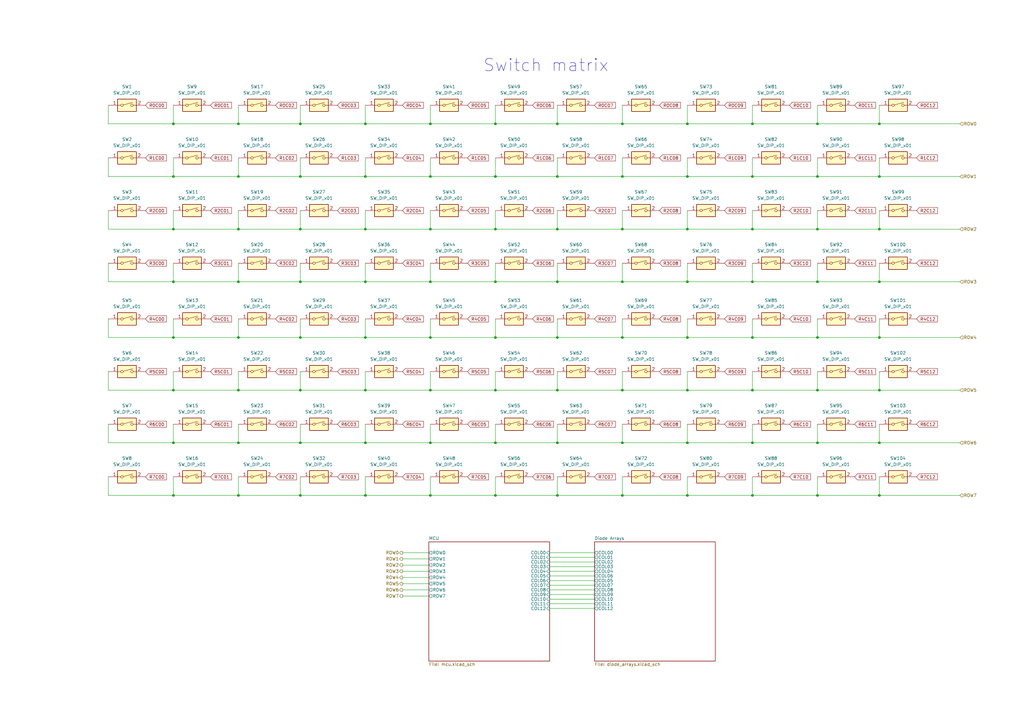
<source format=kicad_sch>
(kicad_sch (version 20211123) (generator eeschema)
  (paper "A3")
  (junction (at 255.27 115.57))
  (junction (at 71.12 50.8))
  (junction (at 255.27 203.2))
  (junction (at 255.27 50.8))
  (junction (at 149.86 93.98))
  (junction (at 228.6 115.57))
  (junction (at 176.53 115.57))
  (junction (at 228.6 181.61))
  (junction (at 308.61 160.02))
  (junction (at 176.53 93.98))
  (junction (at 97.79 160.02))
  (junction (at 360.68 203.2))
  (junction (at 335.28 181.61))
  (junction (at 308.61 72.39))
  (junction (at 203.2 115.57))
  (junction (at 203.2 50.8))
  (junction (at 123.19 72.39))
  (junction (at 335.28 115.57))
  (junction (at 123.19 93.98))
  (junction (at 228.6 138.43))
  (junction (at 360.68 93.98))
  (junction (at 360.68 72.39))
  (junction (at 228.6 50.8))
  (junction (at 149.86 72.39))
  (junction (at 71.12 115.57))
  (junction (at 281.94 160.02))
  (junction (at 176.53 181.61))
  (junction (at 360.68 160.02))
  (junction (at 308.61 93.98))
  (junction (at 123.19 181.61))
  (junction (at 335.28 160.02))
  (junction (at 335.28 203.2))
  (junction (at 281.94 138.43))
  (junction (at 71.12 203.2))
  (junction (at 71.12 138.43))
  (junction (at 281.94 72.39))
  (junction (at 97.79 93.98))
  (junction (at 97.79 50.8))
  (junction (at 335.28 50.8))
  (junction (at 176.53 72.39))
  (junction (at 308.61 181.61))
  (junction (at 203.2 93.98))
  (junction (at 97.79 72.39))
  (junction (at 123.19 160.02))
  (junction (at 281.94 115.57))
  (junction (at 203.2 203.2))
  (junction (at 281.94 50.8))
  (junction (at 308.61 203.2))
  (junction (at 149.86 138.43))
  (junction (at 149.86 50.8))
  (junction (at 176.53 50.8))
  (junction (at 281.94 93.98))
  (junction (at 71.12 93.98))
  (junction (at 71.12 160.02))
  (junction (at 228.6 72.39))
  (junction (at 149.86 203.2))
  (junction (at 123.19 50.8))
  (junction (at 97.79 203.2))
  (junction (at 255.27 72.39))
  (junction (at 255.27 93.98))
  (junction (at 71.12 72.39))
  (junction (at 123.19 138.43))
  (junction (at 255.27 160.02))
  (junction (at 228.6 160.02))
  (junction (at 335.28 93.98))
  (junction (at 308.61 115.57))
  (junction (at 123.19 115.57))
  (junction (at 176.53 160.02))
  (junction (at 97.79 181.61))
  (junction (at 281.94 203.2))
  (junction (at 176.53 203.2))
  (junction (at 149.86 160.02))
  (junction (at 255.27 181.61))
  (junction (at 335.28 72.39))
  (junction (at 360.68 50.8))
  (junction (at 308.61 50.8))
  (junction (at 335.28 138.43))
  (junction (at 97.79 115.57))
  (junction (at 203.2 138.43))
  (junction (at 360.68 138.43))
  (junction (at 149.86 181.61))
  (junction (at 149.86 115.57))
  (junction (at 176.53 138.43))
  (junction (at 360.68 115.57))
  (junction (at 123.19 203.2))
  (junction (at 97.79 138.43))
  (junction (at 71.12 181.61))
  (junction (at 228.6 93.98))
  (junction (at 203.2 181.61))
  (junction (at 228.6 203.2))
  (junction (at 255.27 138.43))
  (junction (at 281.94 181.61))
  (junction (at 308.61 138.43))
  (junction (at 360.68 181.61))
  (junction (at 203.2 160.02))
  (junction (at 203.2 72.39))
  (wire (pts (xy 360.68 160.02) (xy 393.7 160.02)))
  (wire (pts (xy 360.68 152.4) (xy 360.68 160.02)))
  (wire (pts (xy 123.19 203.2) (xy 149.86 203.2)))
  (wire (pts (xy 165.1 241.935) (xy 175.895 241.935)))
  (wire (pts (xy 176.53 160.02) (xy 203.2 160.02)))
  (wire (pts (xy 308.61 195.58) (xy 308.61 203.2)))
  (wire (pts (xy 360.68 203.2) (xy 393.7 203.2)))
  (wire (pts (xy 255.27 72.39) (xy 281.94 72.39)))
  (wire (pts (xy 71.12 181.61) (xy 97.79 181.61)))
  (wire (pts (xy 255.27 64.77) (xy 255.27 72.39)))
  (wire (pts (xy 255.27 160.02) (xy 281.94 160.02)))
  (wire (pts (xy 123.19 195.58) (xy 123.19 203.2)))
  (wire (pts (xy 203.2 115.57) (xy 228.6 115.57)))
  (wire (pts (xy 228.6 43.18) (xy 228.6 50.8)))
  (wire (pts (xy 308.61 115.57) (xy 335.28 115.57)))
  (wire (pts (xy 360.68 50.8) (xy 393.7 50.8)))
  (wire (pts (xy 335.28 43.18) (xy 335.28 50.8)))
  (wire (pts (xy 335.28 203.2) (xy 360.68 203.2)))
  (wire (pts (xy 71.12 203.2) (xy 97.79 203.2)))
  (wire (pts (xy 255.27 195.58) (xy 255.27 203.2)))
  (wire (pts (xy 203.2 203.2) (xy 228.6 203.2)))
  (wire (pts (xy 225.425 247.65) (xy 243.84 247.65)))
  (wire (pts (xy 360.68 115.57) (xy 393.7 115.57)))
  (wire (pts (xy 44.45 203.2) (xy 71.12 203.2)))
  (wire (pts (xy 225.425 236.22) (xy 243.84 236.22)))
  (wire (pts (xy 44.45 72.39) (xy 71.12 72.39)))
  (wire (pts (xy 255.27 43.18) (xy 255.27 50.8)))
  (wire (pts (xy 281.94 203.2) (xy 308.61 203.2)))
  (wire (pts (xy 335.28 173.99) (xy 335.28 181.61)))
  (wire (pts (xy 123.19 181.61) (xy 149.86 181.61)))
  (wire (pts (xy 225.425 241.935) (xy 243.84 241.935)))
  (wire (pts (xy 281.94 115.57) (xy 308.61 115.57)))
  (wire (pts (xy 149.86 43.18) (xy 149.86 50.8)))
  (wire (pts (xy 360.68 93.98) (xy 393.7 93.98)))
  (wire (pts (xy 71.12 64.77) (xy 71.12 72.39)))
  (wire (pts (xy 44.45 181.61) (xy 71.12 181.61)))
  (wire (pts (xy 97.79 93.98) (xy 123.19 93.98)))
  (wire (pts (xy 308.61 64.77) (xy 308.61 72.39)))
  (wire (pts (xy 360.68 43.18) (xy 360.68 50.8)))
  (wire (pts (xy 97.79 86.36) (xy 97.79 93.98)))
  (wire (pts (xy 44.45 152.4) (xy 44.45 160.02)))
  (wire (pts (xy 281.94 93.98) (xy 308.61 93.98)))
  (wire (pts (xy 176.53 138.43) (xy 203.2 138.43)))
  (wire (pts (xy 44.45 138.43) (xy 71.12 138.43)))
  (wire (pts (xy 203.2 152.4) (xy 203.2 160.02)))
  (wire (pts (xy 71.12 107.95) (xy 71.12 115.57)))
  (wire (pts (xy 71.12 152.4) (xy 71.12 160.02)))
  (wire (pts (xy 255.27 138.43) (xy 281.94 138.43)))
  (wire (pts (xy 281.94 152.4) (xy 281.94 160.02)))
  (wire (pts (xy 228.6 160.02) (xy 255.27 160.02)))
  (wire (pts (xy 97.79 181.61) (xy 123.19 181.61)))
  (wire (pts (xy 228.6 115.57) (xy 255.27 115.57)))
  (wire (pts (xy 123.19 107.95) (xy 123.19 115.57)))
  (wire (pts (xy 308.61 181.61) (xy 335.28 181.61)))
  (wire (pts (xy 335.28 195.58) (xy 335.28 203.2)))
  (wire (pts (xy 228.6 72.39) (xy 255.27 72.39)))
  (wire (pts (xy 97.79 173.99) (xy 97.79 181.61)))
  (wire (pts (xy 149.86 72.39) (xy 176.53 72.39)))
  (wire (pts (xy 176.53 115.57) (xy 203.2 115.57)))
  (wire (pts (xy 149.86 138.43) (xy 176.53 138.43)))
  (wire (pts (xy 335.28 50.8) (xy 360.68 50.8)))
  (wire (pts (xy 203.2 64.77) (xy 203.2 72.39)))
  (wire (pts (xy 308.61 160.02) (xy 335.28 160.02)))
  (wire (pts (xy 335.28 64.77) (xy 335.28 72.39)))
  (wire (pts (xy 225.425 240.03) (xy 243.84 240.03)))
  (wire (pts (xy 228.6 138.43) (xy 255.27 138.43)))
  (wire (pts (xy 176.53 173.99) (xy 176.53 181.61)))
  (wire (pts (xy 176.53 203.2) (xy 203.2 203.2)))
  (wire (pts (xy 203.2 72.39) (xy 228.6 72.39)))
  (wire (pts (xy 281.94 50.8) (xy 308.61 50.8)))
  (wire (pts (xy 149.86 152.4) (xy 149.86 160.02)))
  (wire (pts (xy 225.425 243.84) (xy 243.84 243.84)))
  (wire (pts (xy 255.27 107.95) (xy 255.27 115.57)))
  (wire (pts (xy 360.68 173.99) (xy 360.68 181.61)))
  (wire (pts (xy 176.53 43.18) (xy 176.53 50.8)))
  (wire (pts (xy 281.94 195.58) (xy 281.94 203.2)))
  (wire (pts (xy 281.94 43.18) (xy 281.94 50.8)))
  (wire (pts (xy 44.45 160.02) (xy 71.12 160.02)))
  (wire (pts (xy 123.19 115.57) (xy 149.86 115.57)))
  (wire (pts (xy 44.45 115.57) (xy 71.12 115.57)))
  (wire (pts (xy 228.6 203.2) (xy 255.27 203.2)))
  (wire (pts (xy 97.79 203.2) (xy 123.19 203.2)))
  (wire (pts (xy 176.53 130.81) (xy 176.53 138.43)))
  (wire (pts (xy 308.61 107.95) (xy 308.61 115.57)))
  (wire (pts (xy 44.45 173.99) (xy 44.45 181.61)))
  (wire (pts (xy 176.53 152.4) (xy 176.53 160.02)))
  (wire (pts (xy 165.1 231.775) (xy 175.895 231.775)))
  (wire (pts (xy 149.86 130.81) (xy 149.86 138.43)))
  (wire (pts (xy 335.28 107.95) (xy 335.28 115.57)))
  (wire (pts (xy 281.94 160.02) (xy 308.61 160.02)))
  (wire (pts (xy 176.53 107.95) (xy 176.53 115.57)))
  (wire (pts (xy 203.2 86.36) (xy 203.2 93.98)))
  (wire (pts (xy 360.68 138.43) (xy 393.7 138.43)))
  (wire (pts (xy 149.86 64.77) (xy 149.86 72.39)))
  (wire (pts (xy 335.28 72.39) (xy 360.68 72.39)))
  (wire (pts (xy 123.19 86.36) (xy 123.19 93.98)))
  (wire (pts (xy 203.2 195.58) (xy 203.2 203.2)))
  (wire (pts (xy 71.12 130.81) (xy 71.12 138.43)))
  (wire (pts (xy 97.79 152.4) (xy 97.79 160.02)))
  (wire (pts (xy 225.425 234.315) (xy 243.84 234.315)))
  (wire (pts (xy 149.86 115.57) (xy 176.53 115.57)))
  (wire (pts (xy 281.94 64.77) (xy 281.94 72.39)))
  (wire (pts (xy 44.45 43.18) (xy 44.45 50.8)))
  (wire (pts (xy 203.2 181.61) (xy 228.6 181.61)))
  (wire (pts (xy 335.28 86.36) (xy 335.28 93.98)))
  (wire (pts (xy 176.53 64.77) (xy 176.53 72.39)))
  (wire (pts (xy 360.68 64.77) (xy 360.68 72.39)))
  (wire (pts (xy 123.19 64.77) (xy 123.19 72.39)))
  (wire (pts (xy 360.68 181.61) (xy 393.7 181.61)))
  (wire (pts (xy 97.79 195.58) (xy 97.79 203.2)))
  (wire (pts (xy 228.6 195.58) (xy 228.6 203.2)))
  (wire (pts (xy 71.12 50.8) (xy 97.79 50.8)))
  (wire (pts (xy 165.1 229.235) (xy 175.895 229.235)))
  (wire (pts (xy 176.53 50.8) (xy 203.2 50.8)))
  (wire (pts (xy 71.12 195.58) (xy 71.12 203.2)))
  (wire (pts (xy 149.86 203.2) (xy 176.53 203.2)))
  (wire (pts (xy 44.45 64.77) (xy 44.45 72.39)))
  (wire (pts (xy 71.12 173.99) (xy 71.12 181.61)))
  (wire (pts (xy 228.6 152.4) (xy 228.6 160.02)))
  (wire (pts (xy 44.45 50.8) (xy 71.12 50.8)))
  (wire (pts (xy 228.6 86.36) (xy 228.6 93.98)))
  (wire (pts (xy 149.86 181.61) (xy 176.53 181.61)))
  (wire (pts (xy 165.1 234.315) (xy 175.895 234.315)))
  (wire (pts (xy 203.2 43.18) (xy 203.2 50.8)))
  (wire (pts (xy 165.1 239.395) (xy 175.895 239.395)))
  (wire (pts (xy 123.19 93.98) (xy 149.86 93.98)))
  (wire (pts (xy 165.1 244.475) (xy 175.895 244.475)))
  (wire (pts (xy 308.61 86.36) (xy 308.61 93.98)))
  (wire (pts (xy 308.61 93.98) (xy 335.28 93.98)))
  (wire (pts (xy 97.79 107.95) (xy 97.79 115.57)))
  (wire (pts (xy 225.425 228.6) (xy 243.84 228.6)))
  (wire (pts (xy 97.79 72.39) (xy 123.19 72.39)))
  (wire (pts (xy 228.6 64.77) (xy 228.6 72.39)))
  (wire (pts (xy 281.94 138.43) (xy 308.61 138.43)))
  (wire (pts (xy 203.2 107.95) (xy 203.2 115.57)))
  (wire (pts (xy 44.45 93.98) (xy 71.12 93.98)))
  (wire (pts (xy 97.79 138.43) (xy 123.19 138.43)))
  (wire (pts (xy 335.28 181.61) (xy 360.68 181.61)))
  (wire (pts (xy 335.28 115.57) (xy 360.68 115.57)))
  (wire (pts (xy 123.19 138.43) (xy 149.86 138.43)))
  (wire (pts (xy 97.79 50.8) (xy 123.19 50.8)))
  (wire (pts (xy 71.12 160.02) (xy 97.79 160.02)))
  (wire (pts (xy 176.53 195.58) (xy 176.53 203.2)))
  (wire (pts (xy 149.86 50.8) (xy 176.53 50.8)))
  (wire (pts (xy 228.6 93.98) (xy 255.27 93.98)))
  (wire (pts (xy 360.68 130.81) (xy 360.68 138.43)))
  (wire (pts (xy 308.61 43.18) (xy 308.61 50.8)))
  (wire (pts (xy 225.425 232.41) (xy 243.84 232.41)))
  (wire (pts (xy 308.61 138.43) (xy 335.28 138.43)))
  (wire (pts (xy 44.45 107.95) (xy 44.45 115.57)))
  (wire (pts (xy 149.86 195.58) (xy 149.86 203.2)))
  (wire (pts (xy 71.12 86.36) (xy 71.12 93.98)))
  (wire (pts (xy 360.68 107.95) (xy 360.68 115.57)))
  (wire (pts (xy 225.425 249.555) (xy 243.84 249.555)))
  (wire (pts (xy 281.94 107.95) (xy 281.94 115.57)))
  (wire (pts (xy 203.2 93.98) (xy 228.6 93.98)))
  (wire (pts (xy 149.86 86.36) (xy 149.86 93.98)))
  (wire (pts (xy 149.86 93.98) (xy 176.53 93.98)))
  (wire (pts (xy 97.79 130.81) (xy 97.79 138.43)))
  (wire (pts (xy 97.79 160.02) (xy 123.19 160.02)))
  (wire (pts (xy 360.68 72.39) (xy 393.7 72.39)))
  (wire (pts (xy 335.28 152.4) (xy 335.28 160.02)))
  (wire (pts (xy 308.61 173.99) (xy 308.61 181.61)))
  (wire (pts (xy 255.27 115.57) (xy 281.94 115.57)))
  (wire (pts (xy 123.19 72.39) (xy 149.86 72.39)))
  (wire (pts (xy 203.2 173.99) (xy 203.2 181.61)))
  (wire (pts (xy 255.27 181.61) (xy 281.94 181.61)))
  (wire (pts (xy 255.27 203.2) (xy 281.94 203.2)))
  (wire (pts (xy 308.61 203.2) (xy 335.28 203.2)))
  (wire (pts (xy 176.53 86.36) (xy 176.53 93.98)))
  (wire (pts (xy 44.45 86.36) (xy 44.45 93.98)))
  (wire (pts (xy 335.28 138.43) (xy 360.68 138.43)))
  (wire (pts (xy 123.19 152.4) (xy 123.19 160.02)))
  (wire (pts (xy 149.86 160.02) (xy 176.53 160.02)))
  (wire (pts (xy 71.12 115.57) (xy 97.79 115.57)))
  (wire (pts (xy 281.94 130.81) (xy 281.94 138.43)))
  (wire (pts (xy 225.425 230.505) (xy 243.84 230.505)))
  (wire (pts (xy 360.68 86.36) (xy 360.68 93.98)))
  (wire (pts (xy 255.27 152.4) (xy 255.27 160.02)))
  (wire (pts (xy 123.19 50.8) (xy 149.86 50.8)))
  (wire (pts (xy 203.2 50.8) (xy 228.6 50.8)))
  (wire (pts (xy 149.86 173.99) (xy 149.86 181.61)))
  (wire (pts (xy 308.61 152.4) (xy 308.61 160.02)))
  (wire (pts (xy 149.86 107.95) (xy 149.86 115.57)))
  (wire (pts (xy 335.28 93.98) (xy 360.68 93.98)))
  (wire (pts (xy 97.79 115.57) (xy 123.19 115.57)))
  (wire (pts (xy 281.94 72.39) (xy 308.61 72.39)))
  (wire (pts (xy 228.6 130.81) (xy 228.6 138.43)))
  (wire (pts (xy 255.27 50.8) (xy 281.94 50.8)))
  (wire (pts (xy 203.2 160.02) (xy 228.6 160.02)))
  (wire (pts (xy 176.53 181.61) (xy 203.2 181.61)))
  (wire (pts (xy 281.94 86.36) (xy 281.94 93.98)))
  (wire (pts (xy 97.79 64.77) (xy 97.79 72.39)))
  (wire (pts (xy 71.12 93.98) (xy 97.79 93.98)))
  (wire (pts (xy 255.27 173.99) (xy 255.27 181.61)))
  (wire (pts (xy 225.425 226.695) (xy 243.84 226.695)))
  (wire (pts (xy 123.19 130.81) (xy 123.19 138.43)))
  (wire (pts (xy 308.61 130.81) (xy 308.61 138.43)))
  (wire (pts (xy 225.425 238.125) (xy 243.84 238.125)))
  (wire (pts (xy 335.28 130.81) (xy 335.28 138.43)))
  (wire (pts (xy 165.1 226.695) (xy 175.895 226.695)))
  (wire (pts (xy 97.79 43.18) (xy 97.79 50.8)))
  (wire (pts (xy 228.6 173.99) (xy 228.6 181.61)))
  (wire (pts (xy 176.53 72.39) (xy 203.2 72.39)))
  (wire (pts (xy 228.6 50.8) (xy 255.27 50.8)))
  (wire (pts (xy 71.12 138.43) (xy 97.79 138.43)))
  (wire (pts (xy 281.94 173.99) (xy 281.94 181.61)))
  (wire (pts (xy 44.45 195.58) (xy 44.45 203.2)))
  (wire (pts (xy 123.19 160.02) (xy 149.86 160.02)))
  (wire (pts (xy 255.27 93.98) (xy 281.94 93.98)))
  (wire (pts (xy 308.61 72.39) (xy 335.28 72.39)))
  (wire (pts (xy 44.45 130.81) (xy 44.45 138.43)))
  (wire (pts (xy 123.19 173.99) (xy 123.19 181.61)))
  (wire (pts (xy 225.425 245.745) (xy 243.84 245.745)))
  (wire (pts (xy 255.27 130.81) (xy 255.27 138.43)))
  (wire (pts (xy 176.53 93.98) (xy 203.2 93.98)))
  (wire (pts (xy 71.12 72.39) (xy 97.79 72.39)))
  (wire (pts (xy 228.6 181.61) (xy 255.27 181.61)))
  (wire (pts (xy 255.27 86.36) (xy 255.27 93.98)))
  (wire (pts (xy 203.2 138.43) (xy 228.6 138.43)))
  (wire (pts (xy 203.2 130.81) (xy 203.2 138.43)))
  (wire (pts (xy 228.6 107.95) (xy 228.6 115.57)))
  (wire (pts (xy 335.28 160.02) (xy 360.68 160.02)))
  (wire (pts (xy 281.94 181.61) (xy 308.61 181.61)))
  (wire (pts (xy 123.19 43.18) (xy 123.19 50.8)))
  (wire (pts (xy 165.1 236.855) (xy 175.895 236.855)))
  (wire (pts (xy 308.61 50.8) (xy 335.28 50.8)))
  (wire (pts (xy 360.68 195.58) (xy 360.68 203.2)))
  (wire (pts (xy 71.12 43.18) (xy 71.12 50.8)))
  (text "Switch matrix" (at 198.12 29.845 0) (effects (font (size 5 5)) (justify left bottom)))
  (global_label "R2C08" (shape input) (at 270.51 86.36 0) (property "Intersheet References" "${INTERSHEET_REFS}" (effects hide)))
  (global_label "R4C03" (shape input) (at 138.43 130.81 0) (property "Intersheet References" "${INTERSHEET_REFS}" (effects hide)))
  (global_label "R4C12" (shape input) (at 375.92 130.81 0) (property "Intersheet References" "${INTERSHEET_REFS}" (effects hide)))
  (global_label "R0C05" (shape input) (at 191.77 43.18 0) (property "Intersheet References" "${INTERSHEET_REFS}" (effects hide)))
  (global_label "R2C11" (shape input) (at 350.52 86.36 0) (property "Intersheet References" "${INTERSHEET_REFS}" (effects hide)))
  (global_label "R0C10" (shape input) (at 323.85 43.18 0) (property "Intersheet References" "${INTERSHEET_REFS}" (effects hide)))
  (global_label "R5C02" (shape input) (at 113.03 152.4 0) (property "Intersheet References" "${INTERSHEET_REFS}" (effects hide)))
  (global_label "R0C06" (shape input) (at 218.44 43.18 0) (property "Intersheet References" "${INTERSHEET_REFS}" (effects hide)))
  (global_label "R2C09" (shape input) (at 297.18 86.36 0) (property "Intersheet References" "${INTERSHEET_REFS}" (effects hide)))
  (global_label "R6C06" (shape input) (at 218.44 173.99 0) (property "Intersheet References" "${INTERSHEET_REFS}" (effects hide)))
  (global_label "R5C10" (shape input) (at 323.85 152.4 0) (property "Intersheet References" "${INTERSHEET_REFS}" (effects hide)))
  (global_label "R7C02" (shape input) (at 113.03 195.58 0) (property "Intersheet References" "${INTERSHEET_REFS}" (effects hide)))
  (global_label "R0C11" (shape input) (at 350.52 43.18 0) (property "Intersheet References" "${INTERSHEET_REFS}" (effects hide)))
  (global_label "R6C00" (shape input) (at 59.69 173.99 0) (property "Intersheet References" "${INTERSHEET_REFS}" (effects hide)))
  (global_label "R2C12" (shape input) (at 375.92 86.36 0) (property "Intersheet References" "${INTERSHEET_REFS}" (effects hide)))
  (global_label "R6C05" (shape input) (at 191.77 173.99 0) (property "Intersheet References" "${INTERSHEET_REFS}" (effects hide)))
  (global_label "R7C07" (shape input) (at 243.84 195.58 0) (property "Intersheet References" "${INTERSHEET_REFS}" (effects hide)))
  (global_label "R2C04" (shape input) (at 165.1 86.36 0) (property "Intersheet References" "${INTERSHEET_REFS}" (effects hide)))
  (global_label "R7C10" (shape input) (at 323.85 195.58 0) (property "Intersheet References" "${INTERSHEET_REFS}" (effects hide)))
  (global_label "R1C02" (shape input) (at 113.03 64.77 0) (property "Intersheet References" "${INTERSHEET_REFS}" (effects hide)))
  (global_label "R7C12" (shape input) (at 375.92 195.58 0) (property "Intersheet References" "${INTERSHEET_REFS}" (effects hide)))
  (global_label "R6C04" (shape input) (at 165.1 173.99 0) (property "Intersheet References" "${INTERSHEET_REFS}" (effects hide)))
  (global_label "R3C10" (shape input) (at 323.85 107.95 0) (property "Intersheet References" "${INTERSHEET_REFS}" (effects hide)))
  (global_label "R4C04" (shape input) (at 165.1 130.81 0) (property "Intersheet References" "${INTERSHEET_REFS}" (effects hide)))
  (global_label "R3C06" (shape input) (at 218.44 107.95 0) (property "Intersheet References" "${INTERSHEET_REFS}" (effects hide)))
  (global_label "R3C02" (shape input) (at 113.03 107.95 0) (property "Intersheet References" "${INTERSHEET_REFS}" (effects hide)))
  (global_label "R4C09" (shape input) (at 297.18 130.81 0) (property "Intersheet References" "${INTERSHEET_REFS}" (effects hide)))
  (global_label "R4C05" (shape input) (at 191.77 130.81 0) (property "Intersheet References" "${INTERSHEET_REFS}" (effects hide)))
  (global_label "R7C00" (shape input) (at 59.69 195.58 0) (property "Intersheet References" "${INTERSHEET_REFS}" (effects hide)))
  (global_label "R0C12" (shape input) (at 375.92 43.18 0) (property "Intersheet References" "${INTERSHEET_REFS}" (effects hide)))
  (global_label "R1C00" (shape input) (at 59.69 64.77 0) (property "Intersheet References" "${INTERSHEET_REFS}" (effects hide)))
  (global_label "R3C12" (shape input) (at 375.92 107.95 0) (property "Intersheet References" "${INTERSHEET_REFS}" (effects hide)))
  (global_label "R0C00" (shape input) (at 59.69 43.18 0) (property "Intersheet References" "${INTERSHEET_REFS}" (effects hide)))
  (global_label "R7C04" (shape input) (at 165.1 195.58 0) (property "Intersheet References" "${INTERSHEET_REFS}" (effects hide)))
  (global_label "R6C10" (shape input) (at 323.85 173.99 0) (property "Intersheet References" "${INTERSHEET_REFS}" (effects hide)))
  (global_label "R3C01" (shape input) (at 86.36 107.95 0) (property "Intersheet References" "${INTERSHEET_REFS}" (effects hide)))
  (global_label "R1C05" (shape input) (at 191.77 64.77 0) (property "Intersheet References" "${INTERSHEET_REFS}" (effects hide)))
  (global_label "R3C08" (shape input) (at 270.51 107.95 0) (property "Intersheet References" "${INTERSHEET_REFS}" (effects hide)))
  (global_label "R7C05" (shape input) (at 191.77 195.58 0) (property "Intersheet References" "${INTERSHEET_REFS}" (effects hide)))
  (global_label "R1C04" (shape input) (at 165.1 64.77 0) (property "Intersheet References" "${INTERSHEET_REFS}" (effects hide)))
  (global_label "R1C08" (shape input) (at 270.51 64.77 0) (property "Intersheet References" "${INTERSHEET_REFS}" (effects hide)))
  (global_label "R5C11" (shape input) (at 350.52 152.4 0) (property "Intersheet References" "${INTERSHEET_REFS}" (effects hide)))
  (global_label "R1C01" (shape input) (at 86.36 64.77 0) (property "Intersheet References" "${INTERSHEET_REFS}" (effects hide)))
  (global_label "R5C09" (shape input) (at 297.18 152.4 0) (property "Intersheet References" "${INTERSHEET_REFS}" (effects hide)))
  (global_label "R7C01" (shape input) (at 86.36 195.58 0) (property "Intersheet References" "${INTERSHEET_REFS}" (effects hide)))
  (global_label "R1C09" (shape input) (at 297.18 64.77 0) (property "Intersheet References" "${INTERSHEET_REFS}" (effects hide)))
  (global_label "R3C09" (shape input) (at 297.18 107.95 0) (property "Intersheet References" "${INTERSHEET_REFS}" (effects hide)))
  (global_label "R5C01" (shape input) (at 86.36 152.4 0) (property "Intersheet References" "${INTERSHEET_REFS}" (effects hide)))
  (global_label "R0C09" (shape input) (at 297.18 43.18 0) (property "Intersheet References" "${INTERSHEET_REFS}" (effects hide)))
  (global_label "R0C04" (shape input) (at 165.1 43.18 0) (property "Intersheet References" "${INTERSHEET_REFS}" (effects hide)))
  (global_label "R0C02" (shape input) (at 113.03 43.18 0) (property "Intersheet References" "${INTERSHEET_REFS}" (effects hide)))
  (global_label "R2C02" (shape input) (at 113.03 86.36 0) (property "Intersheet References" "${INTERSHEET_REFS}" (effects hide)))
  (global_label "R7C08" (shape input) (at 270.51 195.58 0) (property "Intersheet References" "${INTERSHEET_REFS}" (effects hide)))
  (global_label "R5C12" (shape input) (at 375.92 152.4 0) (property "Intersheet References" "${INTERSHEET_REFS}" (effects hide)))
  (global_label "R0C08" (shape input) (at 270.51 43.18 0) (property "Intersheet References" "${INTERSHEET_REFS}" (effects hide)))
  (global_label "R5C03" (shape input) (at 138.43 152.4 0) (property "Intersheet References" "${INTERSHEET_REFS}" (effects hide)))
  (global_label "R7C11" (shape input) (at 350.52 195.58 0) (property "Intersheet References" "${INTERSHEET_REFS}" (effects hide)))
  (global_label "R3C03" (shape input) (at 138.43 107.95 0) (property "Intersheet References" "${INTERSHEET_REFS}" (effects hide)))
  (global_label "R6C02" (shape input) (at 113.03 173.99 0) (property "Intersheet References" "${INTERSHEET_REFS}" (effects hide)))
  (global_label "R6C07" (shape input) (at 243.84 173.99 0) (property "Intersheet References" "${INTERSHEET_REFS}" (effects hide)))
  (global_label "R4C00" (shape input) (at 59.69 130.81 0) (property "Intersheet References" "${INTERSHEET_REFS}" (effects hide)))
  (global_label "R6C03" (shape input) (at 138.43 173.99 0) (property "Intersheet References" "${INTERSHEET_REFS}" (effects hide)))
  (global_label "R3C00" (shape input) (at 59.69 107.95 0) (property "Intersheet References" "${INTERSHEET_REFS}" (effects hide)))
  (global_label "R7C03" (shape input) (at 138.43 195.58 0) (property "Intersheet References" "${INTERSHEET_REFS}" (effects hide)))
  (global_label "R2C00" (shape input) (at 59.69 86.36 0) (property "Intersheet References" "${INTERSHEET_REFS}" (effects hide)))
  (global_label "R3C07" (shape input) (at 243.84 107.95 0) (property "Intersheet References" "${INTERSHEET_REFS}" (effects hide)))
  (global_label "R4C08" (shape input) (at 270.51 130.81 0) (property "Intersheet References" "${INTERSHEET_REFS}" (effects hide)))
  (global_label "R1C06" (shape input) (at 218.44 64.77 0) (property "Intersheet References" "${INTERSHEET_REFS}" (effects hide)))
  (global_label "R4C10" (shape input) (at 323.85 130.81 0) (property "Intersheet References" "${INTERSHEET_REFS}" (effects hide)))
  (global_label "R7C09" (shape input) (at 297.18 195.58 0) (property "Intersheet References" "${INTERSHEET_REFS}" (effects hide)))
  (global_label "R2C01" (shape input) (at 86.36 86.36 0) (property "Intersheet References" "${INTERSHEET_REFS}" (effects hide)))
  (global_label "R2C06" (shape input) (at 218.44 86.36 0) (property "Intersheet References" "${INTERSHEET_REFS}" (effects hide)))
  (global_label "R5C05" (shape input) (at 191.77 152.4 0) (property "Intersheet References" "${INTERSHEET_REFS}" (effects hide)))
  (global_label "R6C09" (shape input) (at 297.18 173.99 0) (property "Intersheet References" "${INTERSHEET_REFS}" (effects hide)))
  (global_label "R6C12" (shape input) (at 375.92 173.99 0) (property "Intersheet References" "${INTERSHEET_REFS}" (effects hide)))
  (global_label "R0C01" (shape input) (at 86.36 43.18 0) (property "Intersheet References" "${INTERSHEET_REFS}" (effects hide)))
  (global_label "R6C08" (shape input) (at 270.51 173.99 0) (property "Intersheet References" "${INTERSHEET_REFS}" (effects hide)))
  (global_label "R2C07" (shape input) (at 243.84 86.36 0) (property "Intersheet References" "${INTERSHEET_REFS}" (effects hide)))
  (global_label "R0C07" (shape input) (at 243.84 43.18 0) (property "Intersheet References" "${INTERSHEET_REFS}" (effects hide)))
  (global_label "R5C07" (shape input) (at 243.84 152.4 0) (property "Intersheet References" "${INTERSHEET_REFS}" (effects hide)))
  (global_label "R4C06" (shape input) (at 218.44 130.81 0) (property "Intersheet References" "${INTERSHEET_REFS}" (effects hide)))
  (global_label "R4C02" (shape input) (at 113.03 130.81 0) (property "Intersheet References" "${INTERSHEET_REFS}" (effects hide)))
  (global_label "R5C04" (shape input) (at 165.1 152.4 0) (property "Intersheet References" "${INTERSHEET_REFS}" (effects hide)))
  (global_label "R1C11" (shape input) (at 350.52 64.77 0) (property "Intersheet References" "${INTERSHEET_REFS}" (effects hide)))
  (global_label "R5C00" (shape input) (at 59.69 152.4 0) (property "Intersheet References" "${INTERSHEET_REFS}" (effects hide)))
  (global_label "R4C07" (shape input) (at 243.84 130.81 0) (property "Intersheet References" "${INTERSHEET_REFS}" (effects hide)))
  (global_label "R6C11" (shape input) (at 350.52 173.99 0) (property "Intersheet References" "${INTERSHEET_REFS}" (effects hide)))
  (global_label "R2C05" (shape input) (at 191.77 86.36 0) (property "Intersheet References" "${INTERSHEET_REFS}" (effects hide)))
  (global_label "R2C03" (shape input) (at 138.43 86.36 0) (property "Intersheet References" "${INTERSHEET_REFS}" (effects hide)))
  (global_label "R1C12" (shape input) (at 375.92 64.77 0) (property "Intersheet References" "${INTERSHEET_REFS}" (effects hide)))
  (global_label "R4C01" (shape input) (at 86.36 130.81 0) (property "Intersheet References" "${INTERSHEET_REFS}" (effects hide)))
  (global_label "R1C03" (shape input) (at 138.43 64.77 0) (property "Intersheet References" "${INTERSHEET_REFS}" (effects hide)))
  (global_label "R7C06" (shape input) (at 218.44 195.58 0) (property "Intersheet References" "${INTERSHEET_REFS}" (effects hide)))
  (global_label "R3C11" (shape input) (at 350.52 107.95 0) (property "Intersheet References" "${INTERSHEET_REFS}" (effects hide)))
  (global_label "R5C06" (shape input) (at 218.44 152.4 0) (property "Intersheet References" "${INTERSHEET_REFS}" (effects hide)))
  (global_label "R4C11" (shape input) (at 350.52 130.81 0) (property "Intersheet References" "${INTERSHEET_REFS}" (effects hide)))
  (global_label "R6C01" (shape input) (at 86.36 173.99 0) (property "Intersheet References" "${INTERSHEET_REFS}" (effects hide)))
  (global_label "R3C04" (shape input) (at 165.1 107.95 0) (property "Intersheet References" "${INTERSHEET_REFS}" (effects hide)))
  (global_label "R1C10" (shape input) (at 323.85 64.77 0) (property "Intersheet References" "${INTERSHEET_REFS}" (effects hide)))
  (global_label "R5C08" (shape input) (at 270.51 152.4 0) (property "Intersheet References" "${INTERSHEET_REFS}" (effects hide)))
  (global_label "R0C03" (shape input) (at 138.43 43.18 0) (property "Intersheet References" "${INTERSHEET_REFS}" (effects hide)))
  (global_label "R3C05" (shape input) (at 191.77 107.95 0) (property "Intersheet References" "${INTERSHEET_REFS}" (effects hide)))
  (global_label "R1C07" (shape input) (at 243.84 64.77 0) (property "Intersheet References" "${INTERSHEET_REFS}" (effects hide)))
  (global_label "R2C10" (shape input) (at 323.85 86.36 0) (property "Intersheet References" "${INTERSHEET_REFS}" (effects hide)))
  (hierarchical_label "ROW4" (shape input) (at 393.7 138.43 0))
  (hierarchical_label "ROW1" (shape output) (at 165.1 229.235 180))
  (hierarchical_label "ROW6" (shape output) (at 165.1 241.935 180))
  (hierarchical_label "ROW0" (shape output) (at 165.1 226.695 180))
  (hierarchical_label "ROW5" (shape output) (at 165.1 239.395 180))
  (hierarchical_label "ROW2" (shape output) (at 165.1 231.775 180))
  (hierarchical_label "ROW3" (shape input) (at 393.7 115.57 0))
  (hierarchical_label "ROW4" (shape output) (at 165.1 236.855 180))
  (hierarchical_label "ROW0" (shape input) (at 393.7 50.8 0))
  (hierarchical_label "ROW7" (shape output) (at 165.1 244.475 180))
  (hierarchical_label "ROW3" (shape output) (at 165.1 234.315 180))
  (hierarchical_label "ROW2" (shape input) (at 393.7 93.98 0))
  (hierarchical_label "ROW6" (shape input) (at 393.7 181.61 0))
  (hierarchical_label "ROW5" (shape input) (at 393.7 160.02 0))
  (hierarchical_label "ROW1" (shape input) (at 393.7 72.39 0))
  (hierarchical_label "ROW7" (shape input) (at 393.7 203.2 0))
  (symbol (lib_id "Switch:SW_DIP_x01") (at 262.89 195.58 0) (unit 1)
    (property "Reference" "SW72" (at 262.89 187.96 0))
    (property "Value" "SW_DIP_x01" (at 262.89 190.5 0))
    (property "Footprint" "Switch_Keyboard_Hotswap_Kailh:SW_Hotswap_Kailh_MX" (effects hide))
  )
  (symbol (lib_id "Switch:SW_DIP_x01") (at 130.81 195.58 0) (unit 1)
    (property "Reference" "SW32" (at 130.81 187.96 0))
    (property "Value" "SW_DIP_x01" (at 130.81 190.5 0))
    (property "Footprint" "Switch_Keyboard_Hotswap_Kailh:SW_Hotswap_Kailh_MX" (effects hide))
  )
  (symbol (lib_id "Switch:SW_DIP_x01") (at 342.9 173.99 0) (unit 1)
    (property "Reference" "SW95" (at 342.9 166.37 0))
    (property "Value" "SW_DIP_x01" (at 342.9 168.91 0))
    (property "Footprint" "Switch_Keyboard_Hotswap_Kailh:SW_Hotswap_Kailh_MX" (effects hide))
  )
  (symbol (lib_id "Switch:SW_DIP_x01") (at 236.22 195.58 0) (unit 1)
    (property "Reference" "SW64" (at 236.22 187.96 0))
    (property "Value" "SW_DIP_x01" (at 236.22 190.5 0))
    (property "Footprint" "Switch_Keyboard_Hotswap_Kailh:SW_Hotswap_Kailh_MX" (effects hide))
  )
  (symbol (lib_id "Switch:SW_DIP_x01") (at 78.74 152.4 0) (unit 1)
    (property "Reference" "SW14" (at 78.74 144.78 0))
    (property "Value" "SW_DIP_x01" (at 78.74 147.32 0))
    (property "Footprint" "Switch_Keyboard_Hotswap_Kailh:SW_Hotswap_Kailh_MX" (effects hide))
  )
  (symbol (lib_id "Switch:SW_DIP_x01") (at 289.56 43.18 0) (unit 1)
    (property "Reference" "SW73" (at 289.56 35.56 0))
    (property "Value" "SW_DIP_x01" (at 289.56 38.1 0))
    (property "Footprint" "Switch_Keyboard_Hotswap_Kailh:SW_Hotswap_Kailh_MX" (effects hide))
  )
  (symbol (lib_id "Switch:SW_DIP_x01") (at 210.82 64.77 0) (unit 1)
    (property "Reference" "SW50" (at 210.82 57.15 0))
    (property "Value" "SW_DIP_x01" (at 210.82 59.69 0))
    (property "Footprint" "Switch_Keyboard_Hotswap_Kailh:SW_Hotswap_Kailh_MX" (effects hide))
  )
  (symbol (lib_id "Switch:SW_DIP_x01") (at 289.56 64.77 0) (unit 1)
    (property "Reference" "SW74" (at 289.56 57.15 0))
    (property "Value" "SW_DIP_x01" (at 289.56 59.69 0))
    (property "Footprint" "Switch_Keyboard_Hotswap_Kailh:SW_Hotswap_Kailh_MX" (effects hide))
  )
  (symbol (lib_id "Switch:SW_DIP_x01") (at 157.48 86.36 0) (unit 1)
    (property "Reference" "SW35" (at 157.48 78.74 0))
    (property "Value" "SW_DIP_x01" (at 157.48 81.28 0))
    (property "Footprint" "Switch_Keyboard_Hotswap_Kailh:SW_Hotswap_Kailh_MX" (effects hide))
  )
  (symbol (lib_id "Switch:SW_DIP_x01") (at 105.41 64.77 0) (unit 1)
    (property "Reference" "SW18" (at 105.41 57.15 0))
    (property "Value" "SW_DIP_x01" (at 105.41 59.69 0))
    (property "Footprint" "Switch_Keyboard_Hotswap_Kailh:SW_Hotswap_Kailh_MX" (effects hide))
  )
  (symbol (lib_id "Switch:SW_DIP_x01") (at 210.82 86.36 0) (unit 1)
    (property "Reference" "SW51" (at 210.82 78.74 0))
    (property "Value" "SW_DIP_x01" (at 210.82 81.28 0))
    (property "Footprint" "Switch_Keyboard_Hotswap_Kailh:SW_Hotswap_Kailh_MX" (effects hide))
  )
  (symbol (lib_id "Switch:SW_DIP_x01") (at 157.48 152.4 0) (unit 1)
    (property "Reference" "SW38" (at 157.48 144.78 0))
    (property "Value" "SW_DIP_x01" (at 157.48 147.32 0))
    (property "Footprint" "Switch_Keyboard_Hotswap_Kailh:SW_Hotswap_Kailh_MX" (effects hide))
  )
  (symbol (lib_id "Switch:SW_DIP_x01") (at 184.15 152.4 0) (unit 1)
    (property "Reference" "SW46" (at 184.15 144.78 0))
    (property "Value" "SW_DIP_x01" (at 184.15 147.32 0))
    (property "Footprint" "Switch_Keyboard_Hotswap_Kailh:SW_Hotswap_Kailh_MX" (effects hide))
  )
  (symbol (lib_id "Switch:SW_DIP_x01") (at 316.23 195.58 0) (unit 1)
    (property "Reference" "SW88" (at 316.23 187.96 0))
    (property "Value" "SW_DIP_x01" (at 316.23 190.5 0))
    (property "Footprint" "Switch_Keyboard_Hotswap_Kailh:SW_Hotswap_Kailh_MX" (effects hide))
  )
  (symbol (lib_id "Switch:SW_DIP_x01") (at 52.07 107.95 0) (unit 1)
    (property "Reference" "SW4" (at 52.07 100.33 0))
    (property "Value" "SW_DIP_x01" (at 52.07 102.87 0))
    (property "Footprint" "Switch_Keyboard_Hotswap_Kailh:SW_Hotswap_Kailh_MX" (effects hide))
  )
  (symbol (lib_id "Switch:SW_DIP_x01") (at 316.23 86.36 0) (unit 1)
    (property "Reference" "SW83" (at 316.23 78.74 0))
    (property "Value" "SW_DIP_x01" (at 316.23 81.28 0))
    (property "Footprint" "Switch_Keyboard_Hotswap_Kailh:SW_Hotswap_Kailh_MX" (effects hide))
  )
  (symbol (lib_id "Switch:SW_DIP_x01") (at 157.48 43.18 0) (unit 1)
    (property "Reference" "SW33" (at 157.48 35.56 0))
    (property "Value" "SW_DIP_x01" (at 157.48 38.1 0))
    (property "Footprint" "Switch_Keyboard_Hotswap_Kailh:SW_Hotswap_Kailh_MX" (effects hide))
  )
  (symbol (lib_id "Switch:SW_DIP_x01") (at 342.9 195.58 0) (unit 1)
    (property "Reference" "SW96" (at 342.9 187.96 0))
    (property "Value" "SW_DIP_x01" (at 342.9 190.5 0))
    (property "Footprint" "Switch_Keyboard_Hotswap_Kailh:SW_Hotswap_Kailh_MX" (effects hide))
  )
  (symbol (lib_id "Switch:SW_DIP_x01") (at 157.48 130.81 0) (unit 1)
    (property "Reference" "SW37" (at 157.48 123.19 0))
    (property "Value" "SW_DIP_x01" (at 157.48 125.73 0))
    (property "Footprint" "Switch_Keyboard_Hotswap_Kailh:SW_Hotswap_Kailh_MX" (effects hide))
  )
  (symbol (lib_id "Switch:SW_DIP_x01") (at 368.3 86.36 0) (unit 1)
    (property "Reference" "SW99" (at 368.3 78.74 0))
    (property "Value" "SW_DIP_x01" (at 368.3 81.28 0))
    (property "Footprint" "Switch_Keyboard_Hotswap_Kailh:SW_Hotswap_Kailh_MX" (effects hide))
  )
  (symbol (lib_id "Switch:SW_DIP_x01") (at 78.74 64.77 0) (unit 1)
    (property "Reference" "SW10" (at 78.74 57.15 0))
    (property "Value" "SW_DIP_x01" (at 78.74 59.69 0))
    (property "Footprint" "Switch_Keyboard_Hotswap_Kailh:SW_Hotswap_Kailh_MX" (effects hide))
  )
  (symbol (lib_id "Switch:SW_DIP_x01") (at 368.3 130.81 0) (unit 1)
    (property "Reference" "SW101" (at 368.3 123.19 0))
    (property "Value" "SW_DIP_x01" (at 368.3 125.73 0))
    (property "Footprint" "Switch_Keyboard_Hotswap_Kailh:SW_Hotswap_Kailh_MX" (effects hide))
  )
  (symbol (lib_id "Switch:SW_DIP_x01") (at 52.07 173.99 0) (unit 1)
    (property "Reference" "SW7" (at 52.07 166.37 0))
    (property "Value" "SW_DIP_x01" (at 52.07 168.91 0))
    (property "Footprint" "Switch_Keyboard_Hotswap_Kailh:SW_Hotswap_Kailh_MX" (effects hide))
  )
  (symbol (lib_id "Switch:SW_DIP_x01") (at 157.48 173.99 0) (unit 1)
    (property "Reference" "SW39" (at 157.48 166.37 0))
    (property "Value" "SW_DIP_x01" (at 157.48 168.91 0))
    (property "Footprint" "Switch_Keyboard_Hotswap_Kailh:SW_Hotswap_Kailh_MX" (effects hide))
  )
  (symbol (lib_id "Switch:SW_DIP_x01") (at 78.74 195.58 0) (unit 1)
    (property "Reference" "SW16" (at 78.74 187.96 0))
    (property "Value" "SW_DIP_x01" (at 78.74 190.5 0))
    (property "Footprint" "Switch_Keyboard_Hotswap_Kailh:SW_Hotswap_Kailh_MX" (effects hide))
  )
  (symbol (lib_id "Switch:SW_DIP_x01") (at 262.89 107.95 0) (unit 1)
    (property "Reference" "SW68" (at 262.89 100.33 0))
    (property "Value" "SW_DIP_x01" (at 262.89 102.87 0))
    (property "Footprint" "Switch_Keyboard_Hotswap_Kailh:SW_Hotswap_Kailh_MX" (effects hide))
  )
  (symbol (lib_id "Switch:SW_DIP_x01") (at 184.15 43.18 0) (unit 1)
    (property "Reference" "SW41" (at 184.15 35.56 0))
    (property "Value" "SW_DIP_x01" (at 184.15 38.1 0))
    (property "Footprint" "Switch_Keyboard_Hotswap_Kailh:SW_Hotswap_Kailh_MX" (effects hide))
  )
  (symbol (lib_id "Switch:SW_DIP_x01") (at 289.56 173.99 0) (unit 1)
    (property "Reference" "SW79" (at 289.56 166.37 0))
    (property "Value" "SW_DIP_x01" (at 289.56 168.91 0))
    (property "Footprint" "Switch_Keyboard_Hotswap_Kailh:SW_Hotswap_Kailh_MX" (effects hide))
  )
  (symbol (lib_id "Switch:SW_DIP_x01") (at 105.41 195.58 0) (unit 1)
    (property "Reference" "SW24" (at 105.41 187.96 0))
    (property "Value" "SW_DIP_x01" (at 105.41 190.5 0))
    (property "Footprint" "Switch_Keyboard_Hotswap_Kailh:SW_Hotswap_Kailh_MX" (effects hide))
  )
  (symbol (lib_id "Switch:SW_DIP_x01") (at 316.23 43.18 0) (unit 1)
    (property "Reference" "SW81" (at 316.23 35.56 0))
    (property "Value" "SW_DIP_x01" (at 316.23 38.1 0))
    (property "Footprint" "Switch_Keyboard_Hotswap_Kailh:SW_Hotswap_Kailh_MX" (effects hide))
  )
  (symbol (lib_id "Switch:SW_DIP_x01") (at 316.23 64.77 0) (unit 1)
    (property "Reference" "SW82" (at 316.23 57.15 0))
    (property "Value" "SW_DIP_x01" (at 316.23 59.69 0))
    (property "Footprint" "Switch_Keyboard_Hotswap_Kailh:SW_Hotswap_Kailh_MX" (effects hide))
  )
  (symbol (lib_id "Switch:SW_DIP_x01") (at 342.9 43.18 0) (unit 1)
    (property "Reference" "SW89" (at 342.9 35.56 0))
    (property "Value" "SW_DIP_x01" (at 342.9 38.1 0))
    (property "Footprint" "Switch_Keyboard_Hotswap_Kailh:SW_Hotswap_Kailh_MX" (effects hide))
  )
  (symbol (lib_id "Switch:SW_DIP_x01") (at 130.81 107.95 0) (unit 1)
    (property "Reference" "SW28" (at 130.81 100.33 0))
    (property "Value" "SW_DIP_x01" (at 130.81 102.87 0))
    (property "Footprint" "Switch_Keyboard_Hotswap_Kailh:SW_Hotswap_Kailh_MX" (effects hide))
  )
  (symbol (lib_id "Switch:SW_DIP_x01") (at 130.81 64.77 0) (unit 1)
    (property "Reference" "SW26" (at 130.81 57.15 0))
    (property "Value" "SW_DIP_x01" (at 130.81 59.69 0))
    (property "Footprint" "Switch_Keyboard_Hotswap_Kailh:SW_Hotswap_Kailh_MX" (effects hide))
  )
  (symbol (lib_id "Switch:SW_DIP_x01") (at 236.22 107.95 0) (unit 1)
    (property "Reference" "SW60" (at 236.22 100.33 0))
    (property "Value" "SW_DIP_x01" (at 236.22 102.87 0))
    (property "Footprint" "Switch_Keyboard_Hotswap_Kailh:SW_Hotswap_Kailh_MX" (effects hide))
  )
  (symbol (lib_id "Switch:SW_DIP_x01") (at 78.74 173.99 0) (unit 1)
    (property "Reference" "SW15" (at 78.74 166.37 0))
    (property "Value" "SW_DIP_x01" (at 78.74 168.91 0))
    (property "Footprint" "Switch_Keyboard_Hotswap_Kailh:SW_Hotswap_Kailh_MX" (effects hide))
  )
  (symbol (lib_id "Switch:SW_DIP_x01") (at 105.41 173.99 0) (unit 1)
    (property "Reference" "SW23" (at 105.41 166.37 0))
    (property "Value" "SW_DIP_x01" (at 105.41 168.91 0))
    (property "Footprint" "Switch_Keyboard_Hotswap_Kailh:SW_Hotswap_Kailh_MX" (effects hide))
  )
  (symbol (lib_id "Switch:SW_DIP_x01") (at 342.9 152.4 0) (unit 1)
    (property "Reference" "SW94" (at 342.9 144.78 0))
    (property "Value" "SW_DIP_x01" (at 342.9 147.32 0))
    (property "Footprint" "Switch_Keyboard_Hotswap_Kailh:SW_Hotswap_Kailh_MX" (effects hide))
  )
  (symbol (lib_id "Switch:SW_DIP_x01") (at 210.82 130.81 0) (unit 1)
    (property "Reference" "SW53" (at 210.82 123.19 0))
    (property "Value" "SW_DIP_x01" (at 210.82 125.73 0))
    (property "Footprint" "Switch_Keyboard_Hotswap_Kailh:SW_Hotswap_Kailh_MX" (effects hide))
  )
  (symbol (lib_id "Switch:SW_DIP_x01") (at 289.56 86.36 0) (unit 1)
    (property "Reference" "SW75" (at 289.56 78.74 0))
    (property "Value" "SW_DIP_x01" (at 289.56 81.28 0))
    (property "Footprint" "Switch_Keyboard_Hotswap_Kailh:SW_Hotswap_Kailh_MX" (effects hide))
  )
  (symbol (lib_id "Switch:SW_DIP_x01") (at 368.3 43.18 0) (unit 1)
    (property "Reference" "SW97" (at 368.3 35.56 0))
    (property "Value" "SW_DIP_x01" (at 368.3 38.1 0))
    (property "Footprint" "Switch_Keyboard_Hotswap_Kailh:SW_Hotswap_Kailh_MX" (effects hide))
  )
  (symbol (lib_id "Switch:SW_DIP_x01") (at 289.56 130.81 0) (unit 1)
    (property "Reference" "SW77" (at 289.56 123.19 0))
    (property "Value" "SW_DIP_x01" (at 289.56 125.73 0))
    (property "Footprint" "Switch_Keyboard_Hotswap_Kailh:SW_Hotswap_Kailh_MX" (effects hide))
  )
  (symbol (lib_id "Switch:SW_DIP_x01") (at 289.56 195.58 0) (unit 1)
    (property "Reference" "SW80" (at 289.56 187.96 0))
    (property "Value" "SW_DIP_x01" (at 289.56 190.5 0))
    (property "Footprint" "Switch_Keyboard_Hotswap_Kailh:SW_Hotswap_Kailh_MX" (effects hide))
  )
  (symbol (lib_id "Switch:SW_DIP_x01") (at 105.41 43.18 0) (unit 1)
    (property "Reference" "SW17" (at 105.41 35.56 0))
    (property "Value" "SW_DIP_x01" (at 105.41 38.1 0))
    (property "Footprint" "Switch_Keyboard_Hotswap_Kailh:SW_Hotswap_Kailh_MX" (effects hide))
  )
  (symbol (lib_id "Switch:SW_DIP_x01") (at 130.81 43.18 0) (unit 1)
    (property "Reference" "SW25" (at 130.81 35.56 0))
    (property "Value" "SW_DIP_x01" (at 130.81 38.1 0))
    (property "Footprint" "Switch_Keyboard_Hotswap_Kailh:SW_Hotswap_Kailh_MX" (effects hide))
  )
  (symbol (lib_id "Switch:SW_DIP_x01") (at 105.41 152.4 0) (unit 1)
    (property "Reference" "SW22" (at 105.41 144.78 0))
    (property "Value" "SW_DIP_x01" (at 105.41 147.32 0))
    (property "Footprint" "Switch_Keyboard_Hotswap_Kailh:SW_Hotswap_Kailh_MX" (effects hide))
  )
  (symbol (lib_id "Switch:SW_DIP_x01") (at 289.56 152.4 0) (unit 1)
    (property "Reference" "SW78" (at 289.56 144.78 0))
    (property "Value" "SW_DIP_x01" (at 289.56 147.32 0))
    (property "Footprint" "Switch_Keyboard_Hotswap_Kailh:SW_Hotswap_Kailh_MX" (effects hide))
  )
  (symbol (lib_id "Switch:SW_DIP_x01") (at 52.07 64.77 0) (unit 1)
    (property "Reference" "SW2" (at 52.07 57.15 0))
    (property "Value" "SW_DIP_x01" (at 52.07 59.69 0))
    (property "Footprint" "Switch_Keyboard_Hotswap_Kailh:SW_Hotswap_Kailh_MX" (effects hide))
  )
  (symbol (lib_id "Switch:SW_DIP_x01") (at 184.15 86.36 0) (unit 1)
    (property "Reference" "SW43" (at 184.15 78.74 0))
    (property "Value" "SW_DIP_x01" (at 184.15 81.28 0))
    (property "Footprint" "Switch_Keyboard_Hotswap_Kailh:SW_Hotswap_Kailh_MX" (effects hide))
  )
  (symbol (lib_id "Switch:SW_DIP_x01") (at 184.15 173.99 0) (unit 1)
    (property "Reference" "SW47" (at 184.15 166.37 0))
    (property "Value" "SW_DIP_x01" (at 184.15 168.91 0))
    (property "Footprint" "Switch_Keyboard_Hotswap_Kailh:SW_Hotswap_Kailh_MX" (effects hide))
  )
  (symbol (lib_id "Switch:SW_DIP_x01") (at 210.82 173.99 0) (unit 1)
    (property "Reference" "SW55" (at 210.82 166.37 0))
    (property "Value" "SW_DIP_x01" (at 210.82 168.91 0))
    (property "Footprint" "Switch_Keyboard_Hotswap_Kailh:SW_Hotswap_Kailh_MX" (effects hide))
  )
  (symbol (lib_id "Switch:SW_DIP_x01") (at 184.15 64.77 0) (unit 1)
    (property "Reference" "SW42" (at 184.15 57.15 0))
    (property "Value" "SW_DIP_x01" (at 184.15 59.69 0))
    (property "Footprint" "Switch_Keyboard_Hotswap_Kailh:SW_Hotswap_Kailh_MX" (effects hide))
  )
  (symbol (lib_id "Switch:SW_DIP_x01") (at 210.82 43.18 0) (unit 1)
    (property "Reference" "SW49" (at 210.82 35.56 0))
    (property "Value" "SW_DIP_x01" (at 210.82 38.1 0))
    (property "Footprint" "Switch_Keyboard_Hotswap_Kailh:SW_Hotswap_Kailh_MX" (effects hide))
  )
  (symbol (lib_id "Switch:SW_DIP_x01") (at 368.3 64.77 0) (unit 1)
    (property "Reference" "SW98" (at 368.3 57.15 0))
    (property "Value" "SW_DIP_x01" (at 368.3 59.69 0))
    (property "Footprint" "Switch_Keyboard_Hotswap_Kailh:SW_Hotswap_Kailh_MX" (effects hide))
  )
  (symbol (lib_id "Switch:SW_DIP_x01") (at 342.9 64.77 0) (unit 1)
    (property "Reference" "SW90" (at 342.9 57.15 0))
    (property "Value" "SW_DIP_x01" (at 342.9 59.69 0))
    (property "Footprint" "Switch_Keyboard_Hotswap_Kailh:SW_Hotswap_Kailh_MX" (effects hide))
  )
  (symbol (lib_id "Switch:SW_DIP_x01") (at 184.15 195.58 0) (unit 1)
    (property "Reference" "SW48" (at 184.15 187.96 0))
    (property "Value" "SW_DIP_x01" (at 184.15 190.5 0))
    (property "Footprint" "Switch_Keyboard_Hotswap_Kailh:SW_Hotswap_Kailh_MX" (effects hide))
  )
  (symbol (lib_id "Switch:SW_DIP_x01") (at 184.15 107.95 0) (unit 1)
    (property "Reference" "SW44" (at 184.15 100.33 0))
    (property "Value" "SW_DIP_x01" (at 184.15 102.87 0))
    (property "Footprint" "Switch_Keyboard_Hotswap_Kailh:SW_Hotswap_Kailh_MX" (effects hide))
  )
  (symbol (lib_id "Switch:SW_DIP_x01") (at 342.9 86.36 0) (unit 1)
    (property "Reference" "SW91" (at 342.9 78.74 0))
    (property "Value" "SW_DIP_x01" (at 342.9 81.28 0))
    (property "Footprint" "Switch_Keyboard_Hotswap_Kailh:SW_Hotswap_Kailh_MX" (effects hide))
  )
  (symbol (lib_id "Switch:SW_DIP_x01") (at 236.22 173.99 0) (unit 1)
    (property "Reference" "SW63" (at 236.22 166.37 0))
    (property "Value" "SW_DIP_x01" (at 236.22 168.91 0))
    (property "Footprint" "Switch_Keyboard_Hotswap_Kailh:SW_Hotswap_Kailh_MX" (effects hide))
  )
  (symbol (lib_id "Switch:SW_DIP_x01") (at 289.56 107.95 0) (unit 1)
    (property "Reference" "SW76" (at 289.56 100.33 0))
    (property "Value" "SW_DIP_x01" (at 289.56 102.87 0))
    (property "Footprint" "Switch_Keyboard_Hotswap_Kailh:SW_Hotswap_Kailh_MX" (effects hide))
  )
  (symbol (lib_id "Switch:SW_DIP_x01") (at 184.15 130.81 0) (unit 1)
    (property "Reference" "SW45" (at 184.15 123.19 0))
    (property "Value" "SW_DIP_x01" (at 184.15 125.73 0))
    (property "Footprint" "Switch_Keyboard_Hotswap_Kailh:SW_Hotswap_Kailh_MX" (effects hide))
  )
  (symbol (lib_id "Switch:SW_DIP_x01") (at 262.89 173.99 0) (unit 1)
    (property "Reference" "SW71" (at 262.89 166.37 0))
    (property "Value" "SW_DIP_x01" (at 262.89 168.91 0))
    (property "Footprint" "Switch_Keyboard_Hotswap_Kailh:SW_Hotswap_Kailh_MX" (effects hide))
  )
  (symbol (lib_id "Switch:SW_DIP_x01") (at 316.23 107.95 0) (unit 1)
    (property "Reference" "SW84" (at 316.23 100.33 0))
    (property "Value" "SW_DIP_x01" (at 316.23 102.87 0))
    (property "Footprint" "Switch_Keyboard_Hotswap_Kailh:SW_Hotswap_Kailh_MX" (effects hide))
  )
  (symbol (lib_id "Switch:SW_DIP_x01") (at 262.89 130.81 0) (unit 1)
    (property "Reference" "SW69" (at 262.89 123.19 0))
    (property "Value" "SW_DIP_x01" (at 262.89 125.73 0))
    (property "Footprint" "Switch_Keyboard_Hotswap_Kailh:SW_Hotswap_Kailh_MX" (effects hide))
  )
  (symbol (lib_id "Switch:SW_DIP_x01") (at 52.07 43.18 0) (unit 1)
    (property "Reference" "SW1" (at 52.07 35.56 0))
    (property "Value" "SW_DIP_x01" (at 52.07 38.1 0))
    (property "Footprint" "Switch_Keyboard_Hotswap_Kailh:SW_Hotswap_Kailh_MX" (effects hide))
  )
  (symbol (lib_id "Switch:SW_DIP_x01") (at 130.81 130.81 0) (unit 1)
    (property "Reference" "SW29" (at 130.81 123.19 0))
    (property "Value" "SW_DIP_x01" (at 130.81 125.73 0))
    (property "Footprint" "Switch_Keyboard_Hotswap_Kailh:SW_Hotswap_Kailh_MX" (effects hide))
  )
  (symbol (lib_id "Switch:SW_DIP_x01") (at 105.41 86.36 0) (unit 1)
    (property "Reference" "SW19" (at 105.41 78.74 0))
    (property "Value" "SW_DIP_x01" (at 105.41 81.28 0))
    (property "Footprint" "Switch_Keyboard_Hotswap_Kailh:SW_Hotswap_Kailh_MX" (effects hide))
  )
  (symbol (lib_id "Switch:SW_DIP_x01") (at 130.81 173.99 0) (unit 1)
    (property "Reference" "SW31" (at 130.81 166.37 0))
    (property "Value" "SW_DIP_x01" (at 130.81 168.91 0))
    (property "Footprint" "Switch_Keyboard_Hotswap_Kailh:SW_Hotswap_Kailh_MX" (effects hide))
  )
  (symbol (lib_id "Switch:SW_DIP_x01") (at 236.22 43.18 0) (unit 1)
    (property "Reference" "SW57" (at 236.22 35.56 0))
    (property "Value" "SW_DIP_x01" (at 236.22 38.1 0))
    (property "Footprint" "Switch_Keyboard_Hotswap_Kailh:SW_Hotswap_Kailh_MX" (effects hide))
  )
  (symbol (lib_id "Switch:SW_DIP_x01") (at 52.07 130.81 0) (unit 1)
    (property "Reference" "SW5" (at 52.07 123.19 0))
    (property "Value" "SW_DIP_x01" (at 52.07 125.73 0))
    (property "Footprint" "Switch_Keyboard_Hotswap_Kailh:SW_Hotswap_Kailh_MX" (effects hide))
  )
  (symbol (lib_id "Switch:SW_DIP_x01") (at 210.82 107.95 0) (unit 1)
    (property "Reference" "SW52" (at 210.82 100.33 0))
    (property "Value" "SW_DIP_x01" (at 210.82 102.87 0))
    (property "Footprint" "Switch_Keyboard_Hotswap_Kailh:SW_Hotswap_Kailh_MX" (effects hide))
  )
  (symbol (lib_id "Switch:SW_DIP_x01") (at 236.22 152.4 0) (unit 1)
    (property "Reference" "SW62" (at 236.22 144.78 0))
    (property "Value" "SW_DIP_x01" (at 236.22 147.32 0))
    (property "Footprint" "Switch_Keyboard_Hotswap_Kailh:SW_Hotswap_Kailh_MX" (effects hide))
  )
  (symbol (lib_id "Switch:SW_DIP_x01") (at 368.3 152.4 0) (unit 1)
    (property "Reference" "SW102" (at 368.3 144.78 0))
    (property "Value" "SW_DIP_x01" (at 368.3 147.32 0))
    (property "Footprint" "Switch_Keyboard_Hotswap_Kailh:SW_Hotswap_Kailh_MX" (effects hide))
  )
  (symbol (lib_id "Switch:SW_DIP_x01") (at 210.82 152.4 0) (unit 1)
    (property "Reference" "SW54" (at 210.82 144.78 0))
    (property "Value" "SW_DIP_x01" (at 210.82 147.32 0))
    (property "Footprint" "Switch_Keyboard_Hotswap_Kailh:SW_Hotswap_Kailh_MX" (effects hide))
  )
  (symbol (lib_id "Switch:SW_DIP_x01") (at 342.9 130.81 0) (unit 1)
    (property "Reference" "SW93" (at 342.9 123.19 0))
    (property "Value" "SW_DIP_x01" (at 342.9 125.73 0))
    (property "Footprint" "Switch_Keyboard_Hotswap_Kailh:SW_Hotswap_Kailh_MX" (effects hide))
  )
  (symbol (lib_id "Switch:SW_DIP_x01") (at 368.3 195.58 0) (unit 1)
    (property "Reference" "SW104" (at 368.3 187.96 0))
    (property "Value" "SW_DIP_x01" (at 368.3 190.5 0))
    (property "Footprint" "Switch_Keyboard_Hotswap_Kailh:SW_Hotswap_Kailh_MX" (effects hide))
  )
  (symbol (lib_id "Switch:SW_DIP_x01") (at 157.48 64.77 0) (unit 1)
    (property "Reference" "SW34" (at 157.48 57.15 0))
    (property "Value" "SW_DIP_x01" (at 157.48 59.69 0))
    (property "Footprint" "Switch_Keyboard_Hotswap_Kailh:SW_Hotswap_Kailh_MX" (effects hide))
  )
  (symbol (lib_id "Switch:SW_DIP_x01") (at 130.81 152.4 0) (unit 1)
    (property "Reference" "SW30" (at 130.81 144.78 0))
    (property "Value" "SW_DIP_x01" (at 130.81 147.32 0))
    (property "Footprint" "Switch_Keyboard_Hotswap_Kailh:SW_Hotswap_Kailh_MX" (effects hide))
  )
  (symbol (lib_id "Switch:SW_DIP_x01") (at 157.48 195.58 0) (unit 1)
    (property "Reference" "SW40" (at 157.48 187.96 0))
    (property "Value" "SW_DIP_x01" (at 157.48 190.5 0))
    (property "Footprint" "Switch_Keyboard_Hotswap_Kailh:SW_Hotswap_Kailh_MX" (effects hide))
  )
  (symbol (lib_id "Switch:SW_DIP_x01") (at 368.3 107.95 0) (unit 1)
    (property "Reference" "SW100" (at 368.3 100.33 0))
    (property "Value" "SW_DIP_x01" (at 368.3 102.87 0))
    (property "Footprint" "Switch_Keyboard_Hotswap_Kailh:SW_Hotswap_Kailh_MX" (effects hide))
  )
  (symbol (lib_id "Switch:SW_DIP_x01") (at 52.07 195.58 0) (unit 1)
    (property "Reference" "SW8" (at 52.07 187.96 0))
    (property "Value" "SW_DIP_x01" (at 52.07 190.5 0))
    (property "Footprint" "Switch_Keyboard_Hotswap_Kailh:SW_Hotswap_Kailh_MX" (effects hide))
  )
  (symbol (lib_id "Switch:SW_DIP_x01") (at 262.89 152.4 0) (unit 1)
    (property "Reference" "SW70" (at 262.89 144.78 0))
    (property "Value" "SW_DIP_x01" (at 262.89 147.32 0))
    (property "Footprint" "Switch_Keyboard_Hotswap_Kailh:SW_Hotswap_Kailh_MX" (effects hide))
  )
  (symbol (lib_id "Switch:SW_DIP_x01") (at 262.89 86.36 0) (unit 1)
    (property "Reference" "SW67" (at 262.89 78.74 0))
    (property "Value" "SW_DIP_x01" (at 262.89 81.28 0))
    (property "Footprint" "Switch_Keyboard_Hotswap_Kailh:SW_Hotswap_Kailh_MX" (effects hide))
  )
  (symbol (lib_id "Switch:SW_DIP_x01") (at 78.74 130.81 0) (unit 1)
    (property "Reference" "SW13" (at 78.74 123.19 0))
    (property "Value" "SW_DIP_x01" (at 78.74 125.73 0))
    (property "Footprint" "Switch_Keyboard_Hotswap_Kailh:SW_Hotswap_Kailh_MX" (effects hide))
  )
  (symbol (lib_id "Switch:SW_DIP_x01") (at 262.89 43.18 0) (unit 1)
    (property "Reference" "SW65" (at 262.89 35.56 0))
    (property "Value" "SW_DIP_x01" (at 262.89 38.1 0))
    (property "Footprint" "Switch_Keyboard_Hotswap_Kailh:SW_Hotswap_Kailh_MX" (effects hide))
  )
  (symbol (lib_id "Switch:SW_DIP_x01") (at 262.89 64.77 0) (unit 1)
    (property "Reference" "SW66" (at 262.89 57.15 0))
    (property "Value" "SW_DIP_x01" (at 262.89 59.69 0))
    (property "Footprint" "Switch_Keyboard_Hotswap_Kailh:SW_Hotswap_Kailh_MX" (effects hide))
  )
  (symbol (lib_id "Switch:SW_DIP_x01") (at 52.07 86.36 0) (unit 1)
    (property "Reference" "SW3" (at 52.07 78.74 0))
    (property "Value" "SW_DIP_x01" (at 52.07 81.28 0))
    (property "Footprint" "Switch_Keyboard_Hotswap_Kailh:SW_Hotswap_Kailh_MX" (effects hide))
  )
  (symbol (lib_id "Switch:SW_DIP_x01") (at 78.74 86.36 0) (unit 1)
    (property "Reference" "SW11" (at 78.74 78.74 0))
    (property "Value" "SW_DIP_x01" (at 78.74 81.28 0))
    (property "Footprint" "Switch_Keyboard_Hotswap_Kailh:SW_Hotswap_Kailh_MX" (effects hide))
  )
  (symbol (lib_id "Switch:SW_DIP_x01") (at 52.07 152.4 0) (unit 1)
    (property "Reference" "SW6" (at 52.07 144.78 0))
    (property "Value" "SW_DIP_x01" (at 52.07 147.32 0))
    (property "Footprint" "Switch_Keyboard_Hotswap_Kailh:SW_Hotswap_Kailh_MX" (effects hide))
  )
  (symbol (lib_id "Switch:SW_DIP_x01") (at 210.82 195.58 0) (unit 1)
    (property "Reference" "SW56" (at 210.82 187.96 0))
    (property "Value" "SW_DIP_x01" (at 210.82 190.5 0))
    (property "Footprint" "Switch_Keyboard_Hotswap_Kailh:SW_Hotswap_Kailh_MX" (effects hide))
  )
  (symbol (lib_id "Switch:SW_DIP_x01") (at 236.22 64.77 0) (unit 1)
    (property "Reference" "SW58" (at 236.22 57.15 0))
    (property "Value" "SW_DIP_x01" (at 236.22 59.69 0))
    (property "Footprint" "Switch_Keyboard_Hotswap_Kailh:SW_Hotswap_Kailh_MX" (effects hide))
  )
  (symbol (lib_id "Switch:SW_DIP_x01") (at 316.23 173.99 0) (unit 1)
    (property "Reference" "SW87" (at 316.23 166.37 0))
    (property "Value" "SW_DIP_x01" (at 316.23 168.91 0))
    (property "Footprint" "Switch_Keyboard_Hotswap_Kailh:SW_Hotswap_Kailh_MX" (effects hide))
  )
  (symbol (lib_id "Switch:SW_DIP_x01") (at 368.3 173.99 0) (unit 1)
    (property "Reference" "SW103" (at 368.3 166.37 0))
    (property "Value" "SW_DIP_x01" (at 368.3 168.91 0))
    (property "Footprint" "Switch_Keyboard_Hotswap_Kailh:SW_Hotswap_Kailh_MX" (effects hide))
  )
  (symbol (lib_id "Switch:SW_DIP_x01") (at 342.9 107.95 0) (unit 1)
    (property "Reference" "SW92" (at 342.9 100.33 0))
    (property "Value" "SW_DIP_x01" (at 342.9 102.87 0))
    (property "Footprint" "Switch_Keyboard_Hotswap_Kailh:SW_Hotswap_Kailh_MX" (effects hide))
  )
  (symbol (lib_id "Switch:SW_DIP_x01") (at 316.23 130.81 0) (unit 1)
    (property "Reference" "SW85" (at 316.23 123.19 0))
    (property "Value" "SW_DIP_x01" (at 316.23 125.73 0))
    (property "Footprint" "Switch_Keyboard_Hotswap_Kailh:SW_Hotswap_Kailh_MX" (effects hide))
  )
  (symbol (lib_id "Switch:SW_DIP_x01") (at 236.22 130.81 0) (unit 1)
    (property "Reference" "SW61" (at 236.22 123.19 0))
    (property "Value" "SW_DIP_x01" (at 236.22 125.73 0))
    (property "Footprint" "Switch_Keyboard_Hotswap_Kailh:SW_Hotswap_Kailh_MX" (effects hide))
  )
  (symbol (lib_id "Switch:SW_DIP_x01") (at 78.74 43.18 0) (unit 1)
    (property "Reference" "SW9" (at 78.74 35.56 0))
    (property "Value" "SW_DIP_x01" (at 78.74 38.1 0))
    (property "Footprint" "Switch_Keyboard_Hotswap_Kailh:SW_Hotswap_Kailh_MX" (effects hide))
  )
  (symbol (lib_id "Switch:SW_DIP_x01") (at 236.22 86.36 0) (unit 1)
    (property "Reference" "SW59" (at 236.22 78.74 0))
    (property "Value" "SW_DIP_x01" (at 236.22 81.28 0))
    (property "Footprint" "Switch_Keyboard_Hotswap_Kailh:SW_Hotswap_Kailh_MX" (effects hide))
  )
  (symbol (lib_id "Switch:SW_DIP_x01") (at 157.48 107.95 0) (unit 1)
    (property "Reference" "SW36" (at 157.48 100.33 0))
    (property "Value" "SW_DIP_x01" (at 157.48 102.87 0))
    (property "Footprint" "Switch_Keyboard_Hotswap_Kailh:SW_Hotswap_Kailh_MX" (effects hide))
  )
  (symbol (lib_id "Switch:SW_DIP_x01") (at 316.23 152.4 0) (unit 1)
    (property "Reference" "SW86" (at 316.23 144.78 0))
    (property "Value" "SW_DIP_x01" (at 316.23 147.32 0))
    (property "Footprint" "Switch_Keyboard_Hotswap_Kailh:SW_Hotswap_Kailh_MX" (effects hide))
  )
  (symbol (lib_id "Switch:SW_DIP_x01") (at 130.81 86.36 0) (unit 1)
    (property "Reference" "SW27" (at 130.81 78.74 0))
    (property "Value" "SW_DIP_x01" (at 130.81 81.28 0))
    (property "Footprint" "Switch_Keyboard_Hotswap_Kailh:SW_Hotswap_Kailh_MX" (effects hide))
  )
  (symbol (lib_id "Switch:SW_DIP_x01") (at 105.41 130.81 0) (unit 1)
    (property "Reference" "SW21" (at 105.41 123.19 0))
    (property "Value" "SW_DIP_x01" (at 105.41 125.73 0))
    (property "Footprint" "Switch_Keyboard_Hotswap_Kailh:SW_Hotswap_Kailh_MX" (effects hide))
  )
  (symbol (lib_id "Switch:SW_DIP_x01") (at 105.41 107.95 0) (unit 1)
    (property "Reference" "SW20" (at 105.41 100.33 0))
    (property "Value" "SW_DIP_x01" (at 105.41 102.87 0))
    (property "Footprint" "Switch_Keyboard_Hotswap_Kailh:SW_Hotswap_Kailh_MX" (effects hide))
  )
  (symbol (lib_id "Switch:SW_DIP_x01") (at 78.74 107.95 0) (unit 1)
    (property "Reference" "SW12" (at 78.74 100.33 0))
    (property "Value" "SW_DIP_x01" (at 78.74 102.87 0))
    (property "Footprint" "Switch_Keyboard_Hotswap_Kailh:SW_Hotswap_Kailh_MX" (effects hide))
  )
  (sheet (at 243.84 222.25) (size 49.53 48.895) (stroke (width 0.1524))
    (property "Sheet name" "Diode Arrays" (at 243.84 221.5384 0) (effects (justify left bottom)))
    (property "Sheet file" "diode_arrays.kicad_sch" (at 243.84 271.7296 0) (effects (justify left top)))
    (pin "COL00" output (at 243.84 226.695 180))
    (pin "COL01" output (at 243.84 228.6 180))
    (pin "COL02" output (at 243.84 230.505 180))
    (pin "COL03" output (at 243.84 232.41 180))
    (pin "COL04" output (at 243.84 234.315 180))
    (pin "COL06" output (at 243.84 236.22 180))
    (pin "COL05" output (at 243.84 238.125 180))
    (pin "COL07" output (at 243.84 240.03 180))
    (pin "COL08" output (at 243.84 241.935 180))
    (pin "COL09" output (at 243.84 243.84 180))
    (pin "COL10" output (at 243.84 245.745 180))
    (pin "COL11" output (at 243.84 247.65 180))
    (pin "COL12" output (at 243.84 249.555 180))
  )
  (sheet (at 175.895 222.25) (size 49.53 48.895) (stroke (width 0.1524))
    (property "Sheet name" "MCU" (at 175.895 221.5384 0) (effects (justify left bottom)))
    (property "Sheet file" "mcu.kicad_sch" (at 175.895 271.7296 0) (effects (justify left top)))
    (pin "ROW3" output (at 175.895 234.315 180))
    (pin "ROW4" output (at 175.895 236.855 180))
    (pin "ROW2" output (at 175.895 231.775 180))
    (pin "ROW0" output (at 175.895 226.695 180))
    (pin "ROW1" output (at 175.895 229.235 180))
    (pin "ROW6" output (at 175.895 241.935 180))
    (pin "ROW5" output (at 175.895 239.395 180))
    (pin "COL07" input (at 225.425 240.03 0))
    (pin "COL11" input (at 225.425 247.65 0))
    (pin "COL08" input (at 225.425 241.935 0))
    (pin "COL10" input (at 225.425 245.745 0))
    (pin "COL09" input (at 225.425 243.84 0))
    (pin "COL03" input (at 225.425 232.41 0))
    (pin "COL04" input (at 225.425 234.315 0))
    (pin "COL06" input (at 225.425 238.125 0))
    (pin "COL05" input (at 225.425 236.22 0))
    (pin "COL12" input (at 225.425 249.555 0))
    (pin "ROW7" output (at 175.895 244.475 180))
    (pin "COL00" input (at 225.425 226.695 0))
    (pin "COL01" input (at 225.425 228.6 0))
    (pin "COL02" input (at 225.425 230.505 0))
  )
)
</source>
